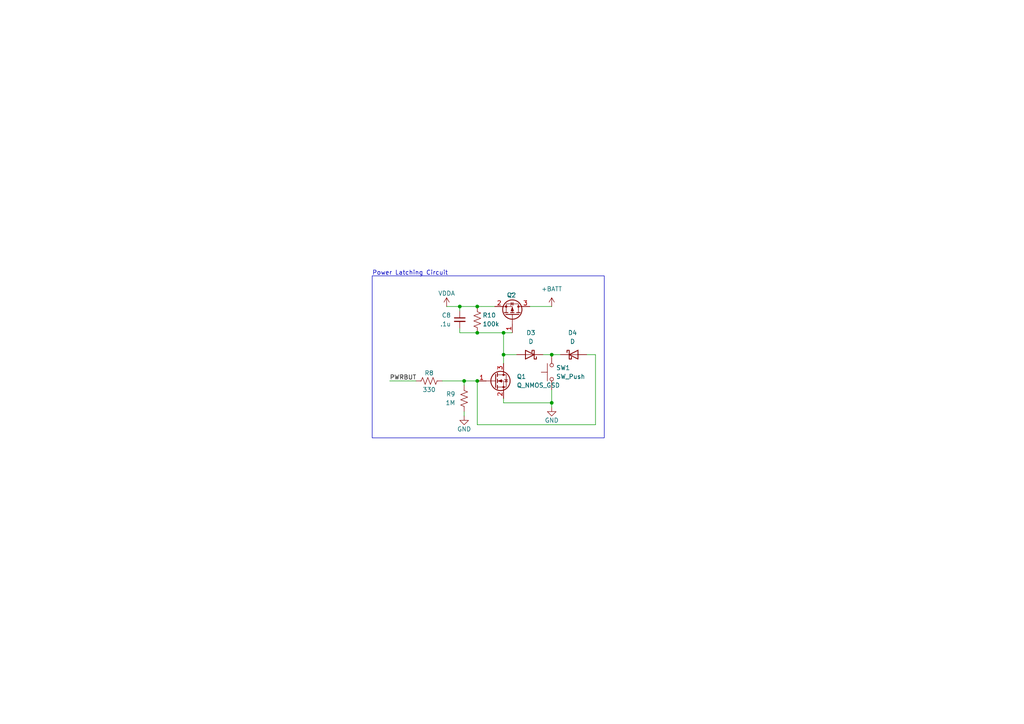
<source format=kicad_sch>
(kicad_sch (version 20231120) (generator "eeschema") (generator_version "8.0")
  (paper "A4")
  (lib_symbols
    (symbol "+BATT_1" (power) (pin_numbers hide) (pin_names (offset 0) hide)
      (property "Value" "+BATT" (at 0 3.556 0))
      (symbol "+BATT_1_0_1"
        (polyline (pts (xy -0.762 1.27) (xy 0 2.54)))
        (polyline (pts (xy 0 0) (xy 0 2.54)))
        (polyline (pts (xy 0 2.54) (xy 0.762 1.27)))
      )
      (symbol "+BATT_1_1_1"
        (pin power_in line (at 0 0 90) (length 0) (name "~") (number "1"))
      )
    )
    (symbol "Device:C_Small" (pin_numbers hide) (pin_names (offset 0.254) hide)
      (property "Reference" "C" (at 0.254 1.778 0))
      (property "Value" "C_Small" (at 0.254 -2.032 0))
      (symbol "C_Small_0_1"
        (polyline (pts (xy -1.524 -0.508) (xy 1.524 -0.508)) (stroke (width 0.3302)))
        (polyline (pts (xy -1.524 0.508) (xy 1.524 0.508)) (stroke (width 0.3048)))
      )
      (symbol "C_Small_1_1"
        (pin passive line (at 0 2.54 270) (length 2.032) (name "~") (number "1"))
        (pin passive line (at 0 -2.54 90) (length 2.032) (name "~") (number "2"))
      )
    )
    (symbol "Device:D_Schottky" (pin_numbers hide) (pin_names (offset 1.016) hide)
      (property "Reference" "D" (at 0 2.54 0))
      (property "Value" "D_Schottky" (at 0 -2.54 0))
      (symbol "D_Schottky_0_1"
        (polyline (pts (xy 1.27 0) (xy -1.27 0)))
        (polyline (pts (xy 1.27 1.27) (xy 1.27 -1.27) (xy -1.27 0) (xy 1.27 1.27)) (stroke (width 0.254)))
        (polyline (pts (xy -1.905 0.635) (xy -1.905 1.27) (xy -1.27 1.27) (xy -1.27 -1.27) (xy -0.635 -1.27) (xy -0.635 -0.635)) (stroke (width 0.254)))
      )
      (symbol "D_Schottky_1_1"
        (pin passive line (at -3.81 0 0) (length 2.54) (name "K") (number "1"))
        (pin passive line (at 3.81 0 180) (length 2.54) (name "A") (number "2"))
      )
    )
    (symbol "Device:Q_NMOS_GSD" (pin_names (offset 0) hide)
      (property "Reference" "Q" (at 5.08 1.27 0))
      (property "Value" "Q_NMOS_GSD" (at 5.08 -1.27 0))
      (symbol "Q_NMOS_GSD_0_1"
        (polyline (pts (xy 0.254 0) (xy -2.54 0)))
        (polyline (pts (xy 0.254 1.905) (xy 0.254 -1.905)) (stroke (width 0.254)))
        (polyline (pts (xy 0.762 -1.27) (xy 0.762 -2.286)) (stroke (width 0.254)))
        (polyline (pts (xy 0.762 0.508) (xy 0.762 -0.508)) (stroke (width 0.254)))
        (polyline (pts (xy 0.762 2.286) (xy 0.762 1.27)) (stroke (width 0.254)))
        (polyline (pts (xy 2.54 2.54) (xy 2.54 1.778)))
        (polyline (pts (xy 2.54 -2.54) (xy 2.54 0) (xy 0.762 0)))
        (polyline (pts (xy 0.762 -1.778) (xy 3.302 -1.778) (xy 3.302 1.778) (xy 0.762 1.778)))
        (polyline (pts (xy 1.016 0) (xy 2.032 0.381) (xy 2.032 -0.381) (xy 1.016 0)) (fill (type outline)))
        (polyline (pts (xy 2.794 0.508) (xy 2.921 0.381) (xy 3.683 0.381) (xy 3.81 0.254)))
        (polyline (pts (xy 3.302 0.381) (xy 2.921 -0.254) (xy 3.683 -0.254) (xy 3.302 0.381)))
        (circle (center 1.651 0) (radius 2.794) (stroke (width 0.254)))
        (circle (center 2.54 -1.778) (radius 0.254) (fill (type outline)))
        (circle (center 2.54 1.778) (radius 0.254) (fill (type outline)))
      )
      (symbol "Q_NMOS_GSD_1_1"
        (pin input line (at -5.08 0 0) (length 2.54) (name "G") (number "1"))
        (pin passive line (at 2.54 -5.08 90) (length 2.54) (name "S") (number "2"))
        (pin passive line (at 2.54 5.08 270) (length 2.54) (name "D") (number "3"))
      )
    )
    (symbol "Device:Q_PMOS_GSD" (pin_names (offset 0) hide)
      (property "Reference" "Q" (at 5.08 1.27 0))
      (property "Value" "Q_PMOS_GSD" (at 5.08 -1.27 0))
      (symbol "Q_PMOS_GSD_0_1"
        (polyline (pts (xy 0.254 0) (xy -2.54 0)))
        (polyline (pts (xy 0.254 1.905) (xy 0.254 -1.905)) (stroke (width 0.254)))
        (polyline (pts (xy 0.762 -1.27) (xy 0.762 -2.286)) (stroke (width 0.254)))
        (polyline (pts (xy 0.762 0.508) (xy 0.762 -0.508)) (stroke (width 0.254)))
        (polyline (pts (xy 0.762 2.286) (xy 0.762 1.27)) (stroke (width 0.254)))
        (polyline (pts (xy 2.54 2.54) (xy 2.54 1.778)))
        (polyline (pts (xy 2.54 -2.54) (xy 2.54 0) (xy 0.762 0)))
        (polyline (pts (xy 0.762 1.778) (xy 3.302 1.778) (xy 3.302 -1.778) (xy 0.762 -1.778)))
        (polyline (pts (xy 2.286 0) (xy 1.27 0.381) (xy 1.27 -0.381) (xy 2.286 0)) (fill (type outline)))
        (polyline (pts (xy 2.794 -0.508) (xy 2.921 -0.381) (xy 3.683 -0.381) (xy 3.81 -0.254)))
        (polyline (pts (xy 3.302 -0.381) (xy 2.921 0.254) (xy 3.683 0.254) (xy 3.302 -0.381)))
        (circle (center 1.651 0) (radius 2.794) (stroke (width 0.254)))
        (circle (center 2.54 -1.778) (radius 0.254) (fill (type outline)))
        (circle (center 2.54 1.778) (radius 0.254) (fill (type outline)))
      )
      (symbol "Q_PMOS_GSD_1_1"
        (pin input line (at -5.08 0 0) (length 2.54) (name "G") (number "1"))
        (pin passive line (at 2.54 -5.08 90) (length 2.54) (name "S") (number "2"))
        (pin passive line (at 2.54 5.08 270) (length 2.54) (name "D") (number "3"))
      )
    )
    (symbol "GND_1" (power) (pin_numbers hide) (pin_names (offset 0) hide)
      (property "Value" "GND" (at 0 -3.81 0))
      (symbol "GND_1_0_1"
        (polyline (pts (xy 0 0) (xy 0 -1.27) (xy 1.27 -1.27) (xy 0 -2.54) (xy -1.27 -1.27) (xy 0 -1.27)))
      )
      (symbol "GND_1_1_1"
        (pin power_in line (at 0 0 270) (length 0) (name "~") (number "1"))
      )
    )
    (symbol "R_US_1" (pin_numbers hide) (pin_names (offset 0))
      (property "Reference" "R" (at 2.54 0 90))
      (property "Value" "R_US" (at -2.54 0 90))
      (symbol "R_US_1_0_1"
        (polyline (pts (xy 0 -2.286) (xy 0 -2.54)))
        (polyline (pts (xy 0 2.286) (xy 0 2.54)))
        (polyline (pts (xy 0 -0.762) (xy 1.016 -1.143) (xy 0 -1.524) (xy -1.016 -1.905) (xy 0 -2.286)))
        (polyline (pts (xy 0 0.762) (xy 1.016 0.381) (xy 0 0) (xy -1.016 -0.381) (xy 0 -0.762)))
        (polyline (pts (xy 0 2.286) (xy 1.016 1.905) (xy 0 1.524) (xy -1.016 1.143) (xy 0 0.762)))
      )
      (symbol "R_US_1_1_1"
        (pin passive line (at 0 3.81 270) (length 1.27) (name "~") (number "1"))
        (pin passive line (at 0 -3.81 90) (length 1.27) (name "~") (number "2"))
      )
    )
    (symbol "Switch:SW_Push" (pin_numbers hide) (pin_names (offset 1.016) hide)
      (property "Reference" "SW" (at 1.27 2.54 0))
      (property "Value" "SW_Push" (at 0 -1.524 0))
      (symbol "SW_Push_0_1"
        (circle (center -2.032 0) (radius 0.508))
        (polyline (pts (xy 0 1.27) (xy 0 3.048)))
        (polyline (pts (xy 2.54 1.27) (xy -2.54 1.27)))
        (circle (center 2.032 0) (radius 0.508))
        (pin passive line (at -5.08 0 0) (length 2.54) (name "1") (number "1"))
        (pin passive line (at 5.08 0 180) (length 2.54) (name "2") (number "2"))
      )
    )
    (symbol "power:VDDA" (power) (pin_numbers hide) (pin_names (offset 0) hide)
      (property "Value" "VDDA" (at 0 3.556 0))
      (symbol "VDDA_0_1"
        (polyline (pts (xy -0.762 1.27) (xy 0 2.54)))
        (polyline (pts (xy 0 0) (xy 0 2.54)))
        (polyline (pts (xy 0 2.54) (xy 0.762 1.27)))
      )
      (symbol "VDDA_1_1"
        (pin power_in line (at 0 0 90) (length 0) (name "~") (number "1"))
      )
    )
  )
  (junction (at 138.43 96.52))
  (junction (at 146.05 96.52))
  (junction (at 160.02 116.84))
  (junction (at 133.35 88.9))
  (junction (at 146.05 102.87))
  (junction (at 160.02 102.87))
  (junction (at 138.43 110.49))
  (junction (at 134.62 110.49))
  (junction (at 138.43 88.9))
  (wire (pts (xy 133.35 96.52) (xy 138.43 96.52)))
  (wire (pts (xy 146.05 116.84) (xy 146.05 115.57)))
  (wire (pts (xy 133.35 90.17) (xy 133.35 88.9)))
  (wire (pts (xy 160.02 113.03) (xy 160.02 116.84)))
  (wire (pts (xy 129.54 88.9) (xy 133.35 88.9)))
  (wire (pts (xy 172.72 123.19) (xy 172.72 102.87)))
  (wire (pts (xy 160.02 102.87) (xy 162.56 102.87)))
  (wire (pts (xy 138.43 123.19) (xy 172.72 123.19)))
  (wire (pts (xy 157.48 102.87) (xy 160.02 102.87)))
  (wire (pts (xy 134.62 110.49) (xy 138.43 110.49)))
  (wire (pts (xy 134.62 111.76) (xy 134.62 110.49)))
  (wire (pts (xy 138.43 88.9) (xy 143.51 88.9)))
  (wire (pts (xy 113.03 110.49) (xy 120.65 110.49)))
  (wire (pts (xy 146.05 116.84) (xy 160.02 116.84)))
  (wire (pts (xy 128.27 110.49) (xy 134.62 110.49)))
  (wire (pts (xy 153.67 88.9) (xy 160.02 88.9)))
  (wire (pts (xy 146.05 102.87) (xy 149.86 102.87)))
  (wire (pts (xy 160.02 118.11) (xy 160.02 116.84)))
  (wire (pts (xy 134.62 120.65) (xy 134.62 119.38)))
  (wire (pts (xy 146.05 96.52) (xy 148.59 96.52)))
  (wire (pts (xy 133.35 88.9) (xy 138.43 88.9)))
  (wire (pts (xy 133.35 95.25) (xy 133.35 96.52)))
  (wire (pts (xy 146.05 102.87) (xy 146.05 105.41)))
  (wire (pts (xy 138.43 96.52) (xy 146.05 96.52)))
  (wire (pts (xy 138.43 110.49) (xy 138.43 123.19)))
  (wire (pts (xy 172.72 102.87) (xy 170.18 102.87)))
  (wire (pts (xy 146.05 96.52) (xy 146.05 102.87)))
  (rectangle (start 107.95 80.01) (end 175.26 127))
  (text "Power Latching Circuit" (at 107.95 80.01 0) (effects (font (size 1.27 1.27)) (justify left bottom)))
  (label "PWRBUT" (at 113.03 110.49 0))
  (symbol (lib_name "GND_1") (lib_id "power:GND") (at 160.02 118.11 0) (unit 1)
    (property "Reference" "#PWR026" (effects (hide yes)))
    (property "Value" "GND" (at 160.02 121.92 0))
    (property "Description" "Power symbol creates a global label with name \"GND\" , ground" (effects (hide yes)))
  )
  (symbol (lib_id "power:VDDA") (at 129.54 88.9 0) (unit 1)
    (property "Reference" "#PWR023" (effects (hide yes)))
    (property "Value" "VDDA" (at 129.54 85.09 0))
    (property "Description" "Power symbol creates a global label with name \"VDDA\"" (effects (hide yes)))
  )
  (symbol (lib_name "+BATT_1") (lib_id "power:+BATT") (at 160.02 88.9 0) (unit 1)
    (property "Reference" "#PWR025" (effects (hide yes)))
    (property "Value" "+BATT" (at 160.02 83.82 0))
    (property "Description" "Power symbol creates a global label with name \"+BATT\"" (effects (hide yes)))
  )
  (symbol (lib_id "Device:D_Schottky") (at 153.67 102.87 180) (unit 1)
    (property "Reference" "D3" (at 153.9875 96.52 0))
    (property "Value" "D" (at 153.9875 99.06 0))
    (property "Footprint" "Diode_SMD:D_SOD-123F" (effects (hide yes)))
    (property "Description" "Schottky diode" (effects (hide yes)))
    (property "Sim.Device" "D" (effects (hide yes)))
    (property "Sim.Pins" "1=K 2=A" (effects (hide yes)))
    (property "MANUFACTURER" "RB168MM-30TR" (effects (hide yes)))
  )
  (symbol (lib_id "Device:Q_PMOS_GSD") (at 148.59 91.44 270) (mirror x) (unit 1)
    (property "Reference" "Q2" (at 148.336 85.598 90))
    (property "Value" "~" (at 148.59 85.09 90))
    (property "Footprint" "Package_TO_SOT_SMD:SOT-23" (effects (hide yes)))
    (property "Description" "P-MOSFET transistor, gate/source/drain" (effects (hide yes)))
    (property "MANUFACTURER" "DMP3099L-7" (effects (hide yes)))
  )
  (symbol (lib_name "R_US_1") (lib_id "Device:R_US") (at 124.46 110.49 90) (unit 1)
    (property "Reference" "R8" (at 124.46 108.204 90))
    (property "Value" "330" (at 124.46 113.03 90))
    (property "Footprint" "Resistor_SMD:R_0402_1005Metric" (effects (hide yes)))
    (property "Description" "Resistor, US symbol" (effects (hide yes)))
    (property "MANUFACTURER" "ERA-2AED331X" (effects (hide yes)))
  )
  (symbol (lib_id "Device:Q_NMOS_GSD") (at 143.51 110.49 0) (unit 1)
    (property "Reference" "Q1" (at 149.86 109.2199 0) (effects (justify left)))
    (property "Value" "Q_NMOS_GSD" (at 149.86 111.7599 0) (effects (justify left)))
    (property "Footprint" "Package_TO_SOT_SMD:TSOT-23" (effects (hide yes)))
    (property "Description" "N-MOSFET transistor, gate/source/drain" (effects (hide yes)))
    (property "MANUFACTURER" "PMV15UNEAR" (effects (hide yes)))
  )
  (symbol (lib_name "R_US_1") (lib_id "Device:R_US") (at 138.43 92.71 0) (unit 1)
    (property "Reference" "R10" (at 139.954 91.44 0) (effects (justify left)))
    (property "Value" "100k" (at 139.954 93.98 0) (effects (justify left)))
    (property "Footprint" "Resistor_SMD:R_0402_1005Metric" (effects (hide yes)))
    (property "Description" "Resistor, US symbol" (effects (hide yes)))
    (property "MANUFACTURER" "ERA-2AED104X" (effects (hide yes)))
  )
  (symbol (lib_id "Device:D_Schottky") (at 166.37 102.87 0) (unit 1)
    (property "Reference" "D4" (at 166.0525 96.52 0))
    (property "Value" "D" (at 166.0525 99.06 0))
    (property "Footprint" "Diode_SMD:D_SOD-123F" (effects (hide yes)))
    (property "Description" "Schottky diode" (effects (hide yes)))
    (property "Sim.Device" "D" (effects (hide yes)))
    (property "Sim.Pins" "1=K 2=A" (effects (hide yes)))
    (property "MANUFACTURER" "RB168MM-30TR" (effects (hide yes)))
  )
  (symbol (lib_name "R_US_1") (lib_id "Device:R_US") (at 134.62 115.57 0) (unit 1)
    (property "Reference" "R9" (at 132.08 114.2999 0) (effects (justify right)))
    (property "Value" "1M" (at 132.08 116.8399 0) (effects (justify right)))
    (property "Footprint" "Resistor_SMD:R_0402_1005Metric" (effects (hide yes)))
    (property "Description" "Resistor, US symbol" (effects (hide yes)))
    (property "MANUFACTURER" "ERJ-U02J105X" (effects (hide yes)))
  )
  (symbol (lib_id "Device:C_Small") (at 133.35 92.71 0) (unit 1)
    (property "Reference" "C8" (at 130.81 91.4462 0) (effects (justify right)))
    (property "Value" ".1u" (at 130.81 93.9862 0) (effects (justify right)))
    (property "Footprint" "Capacitor_SMD:C_0402_1005Metric" (effects (hide yes)))
    (property "Description" "Unpolarized capacitor, small symbol" (effects (hide yes)))
    (property "MANUFACTURER" "GCM155R71C104KA55D" (effects (hide yes)))
  )
  (symbol (lib_id "Switch:SW_Push") (at 160.02 107.95 90) (unit 1)
    (property "Reference" "SW1" (at 161.29 106.6799 90) (effects (justify right)))
    (property "Value" "SW_Push" (at 161.29 109.2199 90) (effects (justify right)))
    (property "Footprint" "Button_Switch_SMD:SW_Push_1P1T_NO_Vertical_Wuerth_434133025816" (effects (hide yes)))
    (property "Description" "Push button switch, generic, two pins" (effects (hide yes)))
    (property "MANUFACTURER" "434133025816" (effects (hide yes)))
  )
  (symbol (lib_name "GND_1") (lib_id "power:GND") (at 134.62 120.65 0) (unit 1)
    (property "Reference" "#PWR024" (effects (hide yes)))
    (property "Value" "GND" (at 134.62 124.46 0))
    (property "Description" "Power symbol creates a global label with name \"GND\" , ground" (effects (hide yes)))
  )
)
</source>
